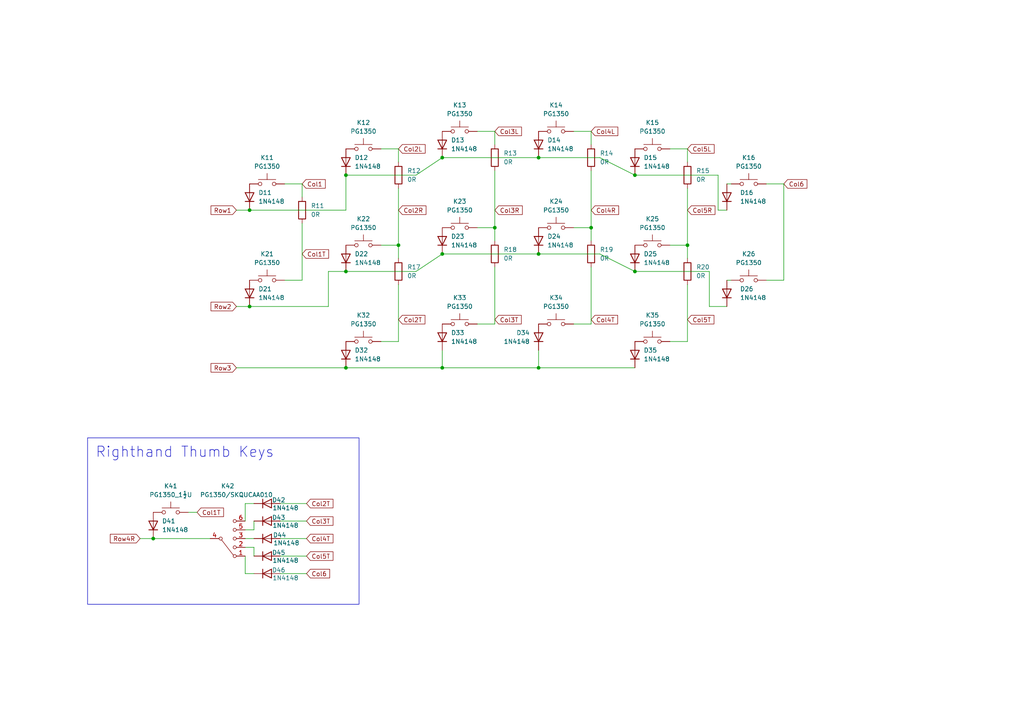
<source format=kicad_sch>
(kicad_sch (version 20231120) (generator "eeschema") (generator_version "8.0")
  (paper "A4")
  (title_block (title "Alufo ") (rev "0.1") (company "bgkendall") (comment 1 "Split one-layer reversible keyboard PCB (righthand side)") (comment 2 "Key switch matrix for"))
  (lib_symbols
    (symbol "Device:D" (pin_numbers hide) (pin_names (offset 1.016) hide)
      (property "Reference" "D" (at 0 2.54 0))
      (property "Value" "D" (at 0 -2.54 0))
      (symbol "D_0_1"
        (polyline (pts (xy -1.27 1.27) (xy -1.27 -1.27)) (stroke (width 0.254)))
        (polyline (pts (xy 1.27 0) (xy -1.27 0)))
        (polyline (pts (xy 1.27 1.27) (xy 1.27 -1.27) (xy -1.27 0) (xy 1.27 1.27)) (stroke (width 0.254)))
      )
      (symbol "D_1_1"
        (pin passive line (at -3.81 0 0) (length 2.54) (name "K") (number "1"))
        (pin passive line (at 3.81 0 180) (length 2.54) (name "A") (number "2"))
      )
    )
    (symbol "Device:R" (pin_numbers hide) (pin_names (offset 0))
      (property "Reference" "R" (at 2.032 0 90))
      (property "Value" "R" (at 0 0 90))
      (symbol "R_0_1"
        (rectangle (start -1.016 -2.54) (end 1.016 2.54) (stroke (width 0.254)))
      )
      (symbol "R_1_1"
        (pin passive line (at 0 3.81 270) (length 1.27) (name "~") (number "1"))
        (pin passive line (at 0 -3.81 90) (length 1.27) (name "~") (number "2"))
      )
    )
    (symbol "Project Library:SW_SP5T" (pin_names (offset 0) hide)
      (property "Reference" "SW" (at 0 5.08 0))
      (property "Value" "SW_SP5T" (at 0 -11.43 0))
      (symbol "SW_SP5T_0_1"
        (circle (center -2.032 -2.54) (radius 0.4572))
        (polyline (pts (xy -1.7569 -2.1414) (xy 1.651 2.286)))
        (circle (center 2.032 -7.62) (radius 0.4572))
        (circle (center 2.032 -5.08) (radius 0.4572))
        (circle (center 2.032 -2.54) (radius 0.4572))
        (circle (center 2.032 0) (radius 0.4572))
        (circle (center 2.032 2.54) (radius 0.4572))
      )
      (symbol "SW_SP5T_1_1"
        (pin passive line (at 5.08 2.54 180) (length 2.54) (name "A") (number "1"))
        (pin passive line (at 5.08 0 180) (length 2.54) (name "B") (number "2"))
        (pin passive line (at 5.08 -2.54 180) (length 2.54) (name "C") (number "3"))
        (pin passive line (at -5.08 -2.54 0) (length 2.54) (name "Com") (number "4"))
        (pin passive line (at 5.08 -5.08 180) (length 2.54) (name "D") (number "5"))
        (pin passive line (at 5.08 -7.62 180) (length 2.54) (name "Ctr") (number "6"))
      )
    )
    (symbol "Switch:SW_Push" (pin_numbers hide) (pin_names (offset 1.016) hide)
      (property "Reference" "SW" (at 1.27 2.54 0))
      (property "Value" "SW_Push" (at 0 -1.524 0))
      (symbol "SW_Push_0_1"
        (circle (center -2.032 0) (radius 0.508))
        (polyline (pts (xy 0 1.27) (xy 0 3.048)))
        (polyline (pts (xy 2.54 1.27) (xy -2.54 1.27)))
        (circle (center 2.032 0) (radius 0.508))
        (pin passive line (at -5.08 0 0) (length 2.54) (name "1") (number "1"))
        (pin passive line (at 5.08 0 180) (length 2.54) (name "2") (number "2"))
      )
    )
  )
  (junction (at 115.57 71.12))
  (junction (at 72.39 60.96))
  (junction (at 184.15 50.8))
  (junction (at 44.45 156.21))
  (junction (at 128.27 73.66))
  (junction (at 128.27 106.68))
  (junction (at 100.33 78.74))
  (junction (at 143.51 66.04))
  (junction (at 156.21 106.68))
  (junction (at 100.33 50.8))
  (junction (at 128.27 45.72))
  (junction (at 100.33 106.68))
  (junction (at 156.21 45.72))
  (junction (at 156.21 73.66))
  (junction (at 171.45 66.04))
  (junction (at 199.39 71.12))
  (junction (at 72.39 88.9))
  (junction (at 184.15 78.74))
  (wire (pts (xy 156.21 73.66) (xy 128.27 73.66)))
  (wire (pts (xy 120.65 78.74) (xy 100.33 78.74)))
  (wire (pts (xy 71.12 146.05) (xy 73.66 146.05)))
  (wire (pts (xy 184.15 50.8) (xy 208.28 50.8)))
  (wire (pts (xy 199.39 82.55) (xy 199.39 99.06)))
  (wire (pts (xy 128.27 45.72) (xy 120.65 50.8)))
  (wire (pts (xy 171.45 77.47) (xy 171.45 93.98)))
  (wire (pts (xy 72.39 88.9) (xy 95.25 88.9)))
  (wire (pts (xy 54.61 148.59) (xy 57.15 148.59)))
  (wire (pts (xy 128.27 73.66) (xy 120.65 78.74)))
  (wire (pts (xy 87.63 64.77) (xy 87.63 81.28)))
  (wire (pts (xy 143.51 93.98) (xy 138.43 93.98)))
  (wire (pts (xy 171.45 66.04) (xy 171.45 69.85)))
  (wire (pts (xy 73.66 151.13) (xy 73.66 153.67)))
  (wire (pts (xy 208.28 60.96) (xy 210.82 60.96)))
  (wire (pts (xy 71.12 156.21) (xy 73.66 156.21)))
  (wire (pts (xy 173.99 45.72) (xy 156.21 45.72)))
  (wire (pts (xy 95.25 78.74) (xy 100.33 78.74)))
  (wire (pts (xy 71.12 166.37) (xy 71.12 161.29)))
  (wire (pts (xy 68.58 88.9) (xy 72.39 88.9)))
  (wire (pts (xy 143.51 49.53) (xy 143.51 66.04)))
  (wire (pts (xy 171.45 49.53) (xy 171.45 66.04)))
  (wire (pts (xy 156.21 101.6) (xy 156.21 106.68)))
  (wire (pts (xy 184.15 78.74) (xy 205.74 78.74)))
  (wire (pts (xy 115.57 99.06) (xy 110.49 99.06)))
  (wire (pts (xy 212.09 53.34) (xy 210.82 53.34)))
  (wire (pts (xy 88.9 146.05) (xy 81.28 146.05)))
  (wire (pts (xy 205.74 78.74) (xy 205.74 88.9)))
  (wire (pts (xy 40.64 156.21) (xy 44.45 156.21)))
  (wire (pts (xy 212.09 81.28) (xy 210.82 81.28)))
  (wire (pts (xy 138.43 38.1) (xy 143.51 38.1)))
  (wire (pts (xy 143.51 38.1) (xy 143.51 41.91)))
  (wire (pts (xy 71.12 166.37) (xy 73.66 166.37)))
  (wire (pts (xy 205.74 88.9) (xy 210.82 88.9)))
  (wire (pts (xy 82.55 53.34) (xy 87.63 53.34)))
  (wire (pts (xy 166.37 38.1) (xy 171.45 38.1)))
  (wire (pts (xy 184.15 50.8) (xy 173.99 45.72)))
  (wire (pts (xy 156.21 45.72) (xy 128.27 45.72)))
  (wire (pts (xy 222.25 53.34) (xy 227.33 53.34)))
  (wire (pts (xy 73.66 153.67) (xy 71.12 153.67)))
  (wire (pts (xy 194.31 71.12) (xy 199.39 71.12)))
  (wire (pts (xy 143.51 66.04) (xy 143.51 69.85)))
  (wire (pts (xy 115.57 54.61) (xy 115.57 71.12)))
  (wire (pts (xy 222.25 81.28) (xy 227.33 81.28)))
  (wire (pts (xy 100.33 50.8) (xy 100.33 60.96)))
  (wire (pts (xy 110.49 71.12) (xy 115.57 71.12)))
  (wire (pts (xy 120.65 50.8) (xy 100.33 50.8)))
  (wire (pts (xy 110.49 43.18) (xy 115.57 43.18)))
  (wire (pts (xy 115.57 43.18) (xy 115.57 46.99)))
  (wire (pts (xy 171.45 38.1) (xy 171.45 41.91)))
  (wire (pts (xy 73.66 158.75) (xy 71.12 158.75)))
  (wire (pts (xy 100.33 106.68) (xy 128.27 106.68)))
  (wire (pts (xy 199.39 54.61) (xy 199.39 71.12)))
  (wire (pts (xy 199.39 71.12) (xy 199.39 74.93)))
  (wire (pts (xy 199.39 99.06) (xy 194.31 99.06)))
  (wire (pts (xy 88.9 151.13) (xy 81.28 151.13)))
  (wire (pts (xy 115.57 71.12) (xy 115.57 74.93)))
  (wire (pts (xy 82.55 81.28) (xy 87.63 81.28)))
  (wire (pts (xy 208.28 50.8) (xy 208.28 60.96)))
  (wire (pts (xy 95.25 78.74) (xy 95.25 88.9)))
  (wire (pts (xy 44.45 156.21) (xy 60.96 156.21)))
  (wire (pts (xy 128.27 101.6) (xy 128.27 106.68)))
  (wire (pts (xy 71.12 146.05) (xy 71.12 151.13)))
  (wire (pts (xy 184.15 78.74) (xy 173.99 73.66)))
  (wire (pts (xy 156.21 106.68) (xy 184.15 106.68)))
  (wire (pts (xy 68.58 60.96) (xy 72.39 60.96)))
  (wire (pts (xy 227.33 53.34) (xy 227.33 81.28)))
  (wire (pts (xy 128.27 106.68) (xy 156.21 106.68)))
  (wire (pts (xy 88.9 161.29) (xy 81.28 161.29)))
  (wire (pts (xy 138.43 66.04) (xy 143.51 66.04)))
  (wire (pts (xy 68.58 106.68) (xy 100.33 106.68)))
  (wire (pts (xy 87.63 53.34) (xy 87.63 57.15)))
  (wire (pts (xy 88.9 156.21) (xy 81.28 156.21)))
  (wire (pts (xy 143.51 77.47) (xy 143.51 93.98)))
  (wire (pts (xy 88.9 166.37) (xy 81.28 166.37)))
  (wire (pts (xy 166.37 66.04) (xy 171.45 66.04)))
  (wire (pts (xy 194.31 43.18) (xy 199.39 43.18)))
  (wire (pts (xy 115.57 82.55) (xy 115.57 99.06)))
  (wire (pts (xy 171.45 93.98) (xy 166.37 93.98)))
  (wire (pts (xy 73.66 158.75) (xy 73.66 161.29)))
  (wire (pts (xy 72.39 60.96) (xy 100.33 60.96)))
  (wire (pts (xy 173.99 73.66) (xy 156.21 73.66)))
  (wire (pts (xy 199.39 43.18) (xy 199.39 46.99)))
  (text_box "Righthand Thumb Keys" (at 25.4 127 0) (size 78.74 48.26) (effects (font (size 3 3)) (justify left top)))
  (global_label "Row3" (shape input) (at 68.58 106.68 180) (property "Intersheetrefs" "${INTERSHEET_REFS}" (effects (hide yes))))
  (global_label "Col2T" (shape input) (at 88.9 146.05 0) (property "Intersheetrefs" "${INTERSHEET_REFS}" (effects (hide yes))))
  (global_label "Col3R" (shape input) (at 143.51 60.96 0) (property "Intersheetrefs" "${INTERSHEET_REFS}" (effects (hide yes))))
  (global_label "Col1T" (shape input) (at 57.15 148.59 0) (property "Intersheetrefs" "${INTERSHEET_REFS}" (effects (hide yes))))
  (global_label "Col1" (shape input) (at 87.63 53.34 0) (property "Intersheetrefs" "${INTERSHEET_REFS}" (effects (hide yes))))
  (global_label "Col4T" (shape input) (at 171.45 92.71 0) (property "Intersheetrefs" "${INTERSHEET_REFS}" (effects (hide yes))))
  (global_label "Col3T" (shape input) (at 143.51 92.71 0) (property "Intersheetrefs" "${INTERSHEET_REFS}" (effects (hide yes))))
  (global_label "Col5T" (shape input) (at 199.39 92.71 0) (property "Intersheetrefs" "${INTERSHEET_REFS}" (effects (hide yes))))
  (global_label "Col1T" (shape input) (at 87.63 73.66 0) (property "Intersheetrefs" "${INTERSHEET_REFS}" (effects (hide yes))))
  (global_label "Row4R" (shape input) (at 40.64 156.21 180) (property "Intersheetrefs" "${INTERSHEET_REFS}" (effects (hide yes))))
  (global_label "Col5L" (shape input) (at 199.39 43.18 0) (property "Intersheetrefs" "${INTERSHEET_REFS}" (effects (hide yes))))
  (global_label "Col4R" (shape input) (at 171.45 60.96 0) (property "Intersheetrefs" "${INTERSHEET_REFS}" (effects (hide yes))))
  (global_label "Col6" (shape input) (at 88.9 166.37 0) (property "Intersheetrefs" "${INTERSHEET_REFS}" (effects (hide yes))))
  (global_label "Row1" (shape input) (at 68.58 60.96 180) (property "Intersheetrefs" "${INTERSHEET_REFS}" (effects (hide yes))))
  (global_label "Col3L" (shape input) (at 143.51 38.1 0) (property "Intersheetrefs" "${INTERSHEET_REFS}" (effects (hide yes))))
  (global_label "Col2R" (shape input) (at 115.57 60.96 0) (property "Intersheetrefs" "${INTERSHEET_REFS}" (effects (hide yes))))
  (global_label "Col4T" (shape input) (at 88.9 156.21 0) (property "Intersheetrefs" "${INTERSHEET_REFS}" (effects (hide yes))))
  (global_label "Col4L" (shape input) (at 171.45 38.1 0) (property "Intersheetrefs" "${INTERSHEET_REFS}" (effects (hide yes))))
  (global_label "Col6" (shape input) (at 227.33 53.34 0) (property "Intersheetrefs" "${INTERSHEET_REFS}" (effects (hide yes))))
  (global_label "Col3T" (shape input) (at 88.9 151.13 0) (property "Intersheetrefs" "${INTERSHEET_REFS}" (effects (hide yes))))
  (global_label "Row2" (shape input) (at 68.58 88.9 180) (property "Intersheetrefs" "${INTERSHEET_REFS}" (effects (hide yes))))
  (global_label "Col2T" (shape input) (at 115.57 92.71 0) (property "Intersheetrefs" "${INTERSHEET_REFS}" (effects (hide yes))))
  (global_label "Col2L" (shape input) (at 115.57 43.18 0) (property "Intersheetrefs" "${INTERSHEET_REFS}" (effects (hide yes))))
  (global_label "Col5T" (shape input) (at 88.9 161.29 0) (property "Intersheetrefs" "${INTERSHEET_REFS}" (effects (hide yes))))
  (global_label "Col5R" (shape input) (at 199.39 60.96 0) (property "Intersheetrefs" "${INTERSHEET_REFS}" (effects (hide yes))))
  (symbol (lib_id "Device:D") (at 77.47 161.29 0) (unit 1)
    (property "Reference" "D45" (at 82.804 160.274 0) (effects (justify right)))
    (property "Value" "1N4148" (at 86.614 162.56 0) (effects (justify right)))
    (property "Footprint" "Project Library:D_SOD-123" (effects (hide yes)))
    (property "Description" "Diode" (effects (hide yes)))
    (property "Sim.Device" "D" (effects (hide yes)))
    (property "Sim.Pins" "1=K 2=A" (effects (hide yes)))
  )
  (symbol (lib_id "Switch:SW_Push") (at 161.29 66.04 0) (mirror y) (unit 1)
    (property "Reference" "K24" (at 161.29 58.42 0))
    (property "Value" "PG1350" (at 161.29 60.96 0))
    (property "Footprint" "Project Library:SW_choc_v1_HS_CPG135001S30_1layer_1u" (effects (hide yes)))
    (property "Description" "Push button switch, generic, two pins" (effects (hide yes)))
  )
  (symbol (lib_id "Switch:SW_Push") (at 133.35 66.04 0) (mirror y) (unit 1)
    (property "Reference" "K23" (at 133.35 58.42 0))
    (property "Value" "PG1350" (at 133.35 60.96 0))
    (property "Footprint" "Project Library:SW_choc_v1_HS_CPG135001S30_1layer_1u" (effects (hide yes)))
    (property "Description" "Push button switch, generic, two pins" (effects (hide yes)))
  )
  (symbol (lib_id "Switch:SW_Push") (at 161.29 93.98 0) (mirror y) (unit 1)
    (property "Reference" "K34" (at 161.29 86.36 0))
    (property "Value" "PG1350" (at 161.29 88.9 0))
    (property "Footprint" "Project Library:SW_choc_v1_HS_CPG135001S30_1layer_1u" (effects (hide yes)))
    (property "Description" "Push button switch, generic, two pins" (effects (hide yes)))
  )
  (symbol (lib_id "Switch:SW_Push") (at 161.29 38.1 0) (mirror y) (unit 1)
    (property "Reference" "K14" (at 161.29 30.48 0))
    (property "Value" "PG1350" (at 161.29 33.02 0))
    (property "Footprint" "Project Library:SW_choc_v1_HS_CPG135001S30_1layer_1u" (effects (hide yes)))
    (property "Description" "Push button switch, generic, two pins" (effects (hide yes)))
  )
  (symbol (lib_id "Device:R") (at 143.51 45.72 0) (unit 1)
    (property "Reference" "R13" (at 146.05 44.4499 0) (effects (justify left)))
    (property "Value" "0R" (at 146.05 46.9899 0) (effects (justify left)))
    (property "Footprint" "Project Library:R_2010_5025Metric_Mod" (effects (hide yes)))
    (property "Description" "Resistor" (effects (hide yes)))
  )
  (symbol (lib_id "Switch:SW_Push") (at 189.23 99.06 0) (mirror y) (unit 1)
    (property "Reference" "K35" (at 189.23 91.44 0))
    (property "Value" "PG1350" (at 189.23 93.98 0))
    (property "Footprint" "Project Library:SW_choc_v1_HS_CPG135001S30_1layer_1u" (effects (hide yes)))
    (property "Description" "Push button switch, generic, two pins" (effects (hide yes)))
  )
  (symbol (lib_id "Device:R") (at 87.63 60.96 0) (unit 1)
    (property "Reference" "R11" (at 90.17 59.6899 0) (effects (justify left)))
    (property "Value" "0R" (at 90.17 62.2299 0) (effects (justify left)))
    (property "Footprint" "Project Library:R_2010_5025Metric_Mod" (effects (hide yes)))
    (property "Description" "Resistor" (effects (hide yes)))
  )
  (symbol (lib_id "Device:D") (at 100.33 46.99 90) (unit 1)
    (property "Reference" "D12" (at 102.87 45.7199 90) (effects (justify right)))
    (property "Value" "1N4148" (at 102.87 48.2599 90) (effects (justify right)))
    (property "Footprint" "Project Library:D_SOD-123_Mod" (effects (hide yes)))
    (property "Description" "Diode" (effects (hide yes)))
    (property "Sim.Device" "D" (effects (hide yes)))
    (property "Sim.Pins" "1=K 2=A" (effects (hide yes)))
  )
  (symbol (lib_id "Device:D") (at 100.33 102.87 90) (unit 1)
    (property "Reference" "D32" (at 102.87 101.5999 90) (effects (justify right)))
    (property "Value" "1N4148" (at 102.87 104.1399 90) (effects (justify right)))
    (property "Footprint" "Project Library:D_SOD-123_Mod" (effects (hide yes)))
    (property "Description" "Diode" (effects (hide yes)))
    (property "Sim.Device" "D" (effects (hide yes)))
    (property "Sim.Pins" "1=K 2=A" (effects (hide yes)))
  )
  (symbol (lib_id "Device:D") (at 77.47 151.13 0) (unit 1)
    (property "Reference" "D43" (at 82.804 150.114 0) (effects (justify right)))
    (property "Value" "1N4148" (at 86.614 152.4 0) (effects (justify right)))
    (property "Footprint" "Project Library:D_SOD-123" (effects (hide yes)))
    (property "Description" "Diode" (effects (hide yes)))
    (property "Sim.Device" "D" (effects (hide yes)))
    (property "Sim.Pins" "1=K 2=A" (effects (hide yes)))
  )
  (symbol (lib_id "Switch:SW_Push") (at 77.47 53.34 0) (mirror y) (unit 1)
    (property "Reference" "K11" (at 77.47 45.72 0))
    (property "Value" "PG1350" (at 77.47 48.26 0))
    (property "Footprint" "Project Library:SW_choc_v1_HS_CPG135001S30_1layer_1u" (effects (hide yes)))
    (property "Description" "Push button switch, generic, two pins" (effects (hide yes)))
  )
  (symbol (lib_id "Device:R") (at 171.45 73.66 0) (unit 1)
    (property "Reference" "R19" (at 173.99 72.3899 0) (effects (justify left)))
    (property "Value" "0R" (at 173.99 74.9299 0) (effects (justify left)))
    (property "Footprint" "Project Library:R_2010_5025Metric_Mod" (effects (hide yes)))
    (property "Description" "Resistor" (effects (hide yes)))
  )
  (symbol (lib_id "Device:R") (at 115.57 50.8 0) (unit 1)
    (property "Reference" "R12" (at 118.11 49.5299 0) (effects (justify left)))
    (property "Value" "0R" (at 118.11 52.0699 0) (effects (justify left)))
    (property "Footprint" "Project Library:R_2010_5025Metric_Mod" (effects (hide yes)))
    (property "Description" "Resistor" (effects (hide yes)))
  )
  (symbol (lib_id "Project Library:SW_SP5T") (at 66.04 158.75 0) (mirror x) (unit 1)
    (property "Reference" "K42" (at 66.04 140.97 0))
    (property "Value" "PG1350/SKQUCAA010" (at 68.58 143.51 0))
    (property "Footprint" "Project Library:SW_choc_v1_HS_nav_CPG135001S30_SKQUCAA010_1layer_1u_1" (effects (hide yes)))
    (property "Description" "Switch, five position, single pole quintuple throw, 5 position switch, SP5T" (effects (hide yes)))
  )
  (symbol (lib_id "Device:R") (at 171.45 45.72 0) (unit 1)
    (property "Reference" "R14" (at 173.99 44.4499 0) (effects (justify left)))
    (property "Value" "0R" (at 173.99 46.9899 0) (effects (justify left)))
    (property "Footprint" "Project Library:R_2010_5025Metric_Mod" (effects (hide yes)))
    (property "Description" "Resistor" (effects (hide yes)))
  )
  (symbol (lib_id "Switch:SW_Push") (at 105.41 99.06 0) (mirror y) (unit 1)
    (property "Reference" "K32" (at 105.41 91.44 0))
    (property "Value" "PG1350" (at 105.41 93.98 0))
    (property "Footprint" "Project Library:SW_choc_v1_HS_CPG135001S30_1layer_1u" (effects (hide yes)))
    (property "Description" "Push button switch, generic, two pins" (effects (hide yes)))
  )
  (symbol (lib_id "Device:D") (at 77.47 166.37 0) (unit 1)
    (property "Reference" "D46" (at 82.804 165.354 0) (effects (justify right)))
    (property "Value" "1N4148" (at 86.614 167.64 0) (effects (justify right)))
    (property "Footprint" "Project Library:D_SOD-123" (effects (hide yes)))
    (property "Description" "Diode" (effects (hide yes)))
    (property "Sim.Device" "D" (effects (hide yes)))
    (property "Sim.Pins" "1=K 2=A" (effects (hide yes)))
  )
  (symbol (lib_id "Device:D") (at 184.15 46.99 90) (unit 1)
    (property "Reference" "D15" (at 186.69 45.7199 90) (effects (justify right)))
    (property "Value" "1N4148" (at 186.69 48.2599 90) (effects (justify right)))
    (property "Footprint" "Project Library:D_SOD-123_Mod" (effects (hide yes)))
    (property "Description" "Diode" (effects (hide yes)))
    (property "Sim.Device" "D" (effects (hide yes)))
    (property "Sim.Pins" "1=K 2=A" (effects (hide yes)))
  )
  (symbol (lib_id "Switch:SW_Push") (at 49.53 148.59 0) (mirror y) (unit 1)
    (property "Reference" "K41" (at 49.53 140.97 0))
    (property "Value" "PG1350_1½U" (at 49.53 143.51 0))
    (property "Footprint" "Project Library:SW_choc_v1_HS_CPG135001S30_1layer_1.5u" (effects (hide yes)))
    (property "Description" "Push button switch, generic, two pins" (effects (hide yes)))
  )
  (symbol (lib_id "Switch:SW_Push") (at 77.47 81.28 0) (mirror y) (unit 1)
    (property "Reference" "K21" (at 77.47 73.66 0))
    (property "Value" "PG1350" (at 77.47 76.2 0))
    (property "Footprint" "Project Library:SW_choc_v1_HS_CPG135001S30_1layer_1u" (effects (hide yes)))
    (property "Description" "Push button switch, generic, two pins" (effects (hide yes)))
  )
  (symbol (lib_id "Device:D") (at 210.82 85.09 90) (unit 1)
    (property "Reference" "D26" (at 214.63 83.8199 90) (effects (justify right)))
    (property "Value" "1N4148" (at 214.63 86.3599 90) (effects (justify right)))
    (property "Footprint" "Project Library:D_SOD-123_Mod" (effects (hide yes)))
    (property "Description" "Diode" (effects (hide yes)))
    (property "Sim.Device" "D" (effects (hide yes)))
    (property "Sim.Pins" "1=K 2=A" (effects (hide yes)))
  )
  (symbol (lib_id "Switch:SW_Push") (at 189.23 43.18 0) (mirror y) (unit 1)
    (property "Reference" "K15" (at 189.23 35.56 0))
    (property "Value" "PG1350" (at 189.23 38.1 0))
    (property "Footprint" "Project Library:SW_choc_v1_HS_CPG135001S30_1layer_1u" (effects (hide yes)))
    (property "Description" "Push button switch, generic, two pins" (effects (hide yes)))
  )
  (symbol (lib_id "Switch:SW_Push") (at 133.35 93.98 0) (mirror y) (unit 1)
    (property "Reference" "K33" (at 133.35 86.36 0))
    (property "Value" "PG1350" (at 133.35 88.9 0))
    (property "Footprint" "Project Library:SW_choc_v1_HS_CPG135001S30_1layer_1u" (effects (hide yes)))
    (property "Description" "Push button switch, generic, two pins" (effects (hide yes)))
  )
  (symbol (lib_id "Device:D") (at 128.27 97.79 90) (unit 1)
    (property "Reference" "D33" (at 130.81 96.5199 90) (effects (justify right)))
    (property "Value" "1N4148" (at 130.81 99.0599 90) (effects (justify right)))
    (property "Footprint" "Project Library:D_SOD-123_Mod" (effects (hide yes)))
    (property "Description" "Diode" (effects (hide yes)))
    (property "Sim.Device" "D" (effects (hide yes)))
    (property "Sim.Pins" "1=K 2=A" (effects (hide yes)))
  )
  (symbol (lib_id "Switch:SW_Push") (at 105.41 43.18 0) (mirror y) (unit 1)
    (property "Reference" "K12" (at 105.41 35.56 0))
    (property "Value" "PG1350" (at 105.41 38.1 0))
    (property "Footprint" "Project Library:SW_choc_v1_HS_CPG135001S30_1layer_1u" (effects (hide yes)))
    (property "Description" "Push button switch, generic, two pins" (effects (hide yes)))
  )
  (symbol (lib_id "Device:D") (at 156.21 97.79 270) (mirror x) (unit 1)
    (property "Reference" "D34" (at 153.67 96.5199 90) (effects (justify right)))
    (property "Value" "1N4148" (at 153.67 99.0599 90) (effects (justify right)))
    (property "Footprint" "Project Library:D_SOD-123_Mod" (effects (hide yes)))
    (property "Description" "Diode" (effects (hide yes)))
    (property "Sim.Device" "D" (effects (hide yes)))
    (property "Sim.Pins" "1=K 2=A" (effects (hide yes)))
  )
  (symbol (lib_id "Device:D") (at 210.82 57.15 90) (unit 1)
    (property "Reference" "D16" (at 214.63 55.8799 90) (effects (justify right)))
    (property "Value" "1N4148" (at 214.63 58.4199 90) (effects (justify right)))
    (property "Footprint" "Project Library:D_SOD-123_Mod" (effects (hide yes)))
    (property "Description" "Diode" (effects (hide yes)))
    (property "Sim.Device" "D" (effects (hide yes)))
    (property "Sim.Pins" "1=K 2=A" (effects (hide yes)))
  )
  (symbol (lib_id "Device:D") (at 184.15 102.87 90) (unit 1)
    (property "Reference" "D35" (at 186.69 101.5999 90) (effects (justify right)))
    (property "Value" "1N4148" (at 186.69 104.1399 90) (effects (justify right)))
    (property "Footprint" "Project Library:D_SOD-123_Mod" (effects (hide yes)))
    (property "Description" "Diode" (effects (hide yes)))
    (property "Sim.Device" "D" (effects (hide yes)))
    (property "Sim.Pins" "1=K 2=A" (effects (hide yes)))
  )
  (symbol (lib_id "Switch:SW_Push") (at 189.23 71.12 0) (mirror y) (unit 1)
    (property "Reference" "K25" (at 189.23 63.5 0))
    (property "Value" "PG1350" (at 189.23 66.04 0))
    (property "Footprint" "Project Library:SW_choc_v1_HS_CPG135001S30_1layer_1u" (effects (hide yes)))
    (property "Description" "Push button switch, generic, two pins" (effects (hide yes)))
  )
  (symbol (lib_id "Device:D") (at 44.45 152.4 90) (unit 1)
    (property "Reference" "D41" (at 46.99 151.1299 90) (effects (justify right)))
    (property "Value" "1N4148" (at 46.99 153.6699 90) (effects (justify right)))
    (property "Footprint" "Project Library:D_SOD-123" (effects (hide yes)))
    (property "Description" "Diode" (effects (hide yes)))
    (property "Sim.Device" "D" (effects (hide yes)))
    (property "Sim.Pins" "1=K 2=A" (effects (hide yes)))
  )
  (symbol (lib_id "Device:D") (at 72.39 85.09 90) (unit 1)
    (property "Reference" "D21" (at 74.93 83.8199 90) (effects (justify right)))
    (property "Value" "1N4148" (at 74.93 86.3599 90) (effects (justify right)))
    (property "Footprint" "Project Library:D_SOD-123_Mod" (effects (hide yes)))
    (property "Description" "Diode" (effects (hide yes)))
    (property "Sim.Device" "D" (effects (hide yes)))
    (property "Sim.Pins" "1=K 2=A" (effects (hide yes)))
  )
  (symbol (lib_id "Device:D") (at 128.27 41.91 90) (unit 1)
    (property "Reference" "D13" (at 130.81 40.6399 90) (effects (justify right)))
    (property "Value" "1N4148" (at 130.81 43.1799 90) (effects (justify right)))
    (property "Footprint" "Project Library:D_SOD-123_Mod" (effects (hide yes)))
    (property "Description" "Diode" (effects (hide yes)))
    (property "Sim.Device" "D" (effects (hide yes)))
    (property "Sim.Pins" "1=K 2=A" (effects (hide yes)))
  )
  (symbol (lib_id "Device:D") (at 128.27 69.85 90) (unit 1)
    (property "Reference" "D23" (at 130.81 68.5799 90) (effects (justify right)))
    (property "Value" "1N4148" (at 130.81 71.1199 90) (effects (justify right)))
    (property "Footprint" "Project Library:D_SOD-123_Mod" (effects (hide yes)))
    (property "Description" "Diode" (effects (hide yes)))
    (property "Sim.Device" "D" (effects (hide yes)))
    (property "Sim.Pins" "1=K 2=A" (effects (hide yes)))
  )
  (symbol (lib_id "Device:D") (at 184.15 74.93 90) (unit 1)
    (property "Reference" "D25" (at 186.69 73.6599 90) (effects (justify right)))
    (property "Value" "1N4148" (at 186.69 76.1999 90) (effects (justify right)))
    (property "Footprint" "Project Library:D_SOD-123_Mod" (effects (hide yes)))
    (property "Description" "Diode" (effects (hide yes)))
    (property "Sim.Device" "D" (effects (hide yes)))
    (property "Sim.Pins" "1=K 2=A" (effects (hide yes)))
  )
  (symbol (lib_id "Device:R") (at 143.51 73.66 0) (unit 1)
    (property "Reference" "R18" (at 146.05 72.3899 0) (effects (justify left)))
    (property "Value" "0R" (at 146.05 74.9299 0) (effects (justify left)))
    (property "Footprint" "Project Library:R_2010_5025Metric_Mod" (effects (hide yes)))
    (property "Description" "Resistor" (effects (hide yes)))
  )
  (symbol (lib_id "Device:D") (at 72.39 57.15 90) (unit 1)
    (property "Reference" "D11" (at 74.93 55.8799 90) (effects (justify right)))
    (property "Value" "1N4148" (at 74.93 58.4199 90) (effects (justify right)))
    (property "Footprint" "Project Library:D_SOD-123_Mod" (effects (hide yes)))
    (property "Description" "Diode" (effects (hide yes)))
    (property "Sim.Device" "D" (effects (hide yes)))
    (property "Sim.Pins" "1=K 2=A" (effects (hide yes)))
  )
  (symbol (lib_id "Device:R") (at 115.57 78.74 0) (unit 1)
    (property "Reference" "R17" (at 118.11 77.4699 0) (effects (justify left)))
    (property "Value" "0R" (at 118.11 80.0099 0) (effects (justify left)))
    (property "Footprint" "Project Library:R_2010_5025Metric_Mod" (effects (hide yes)))
    (property "Description" "Resistor" (effects (hide yes)))
  )
  (symbol (lib_id "Device:D") (at 156.21 69.85 90) (unit 1)
    (property "Reference" "D24" (at 158.75 68.5799 90) (effects (justify right)))
    (property "Value" "1N4148" (at 158.75 71.1199 90) (effects (justify right)))
    (property "Footprint" "Project Library:D_SOD-123_Mod" (effects (hide yes)))
    (property "Description" "Diode" (effects (hide yes)))
    (property "Sim.Device" "D" (effects (hide yes)))
    (property "Sim.Pins" "1=K 2=A" (effects (hide yes)))
  )
  (symbol (lib_id "Switch:SW_Push") (at 105.41 71.12 0) (mirror y) (unit 1)
    (property "Reference" "K22" (at 105.41 63.5 0))
    (property "Value" "PG1350" (at 105.41 66.04 0))
    (property "Footprint" "Project Library:SW_choc_v1_HS_CPG135001S30_1layer_1u" (effects (hide yes)))
    (property "Description" "Push button switch, generic, two pins" (effects (hide yes)))
  )
  (symbol (lib_id "Device:R") (at 199.39 78.74 0) (unit 1)
    (property "Reference" "R20" (at 201.93 77.4699 0) (effects (justify left)))
    (property "Value" "0R" (at 201.93 80.0099 0) (effects (justify left)))
    (property "Footprint" "Project Library:R_2010_5025Metric_Mod" (effects (hide yes)))
    (property "Description" "Resistor" (effects (hide yes)))
  )
  (symbol (lib_id "Switch:SW_Push") (at 133.35 38.1 0) (mirror y) (unit 1)
    (property "Reference" "K13" (at 133.35 30.48 0))
    (property "Value" "PG1350" (at 133.35 33.02 0))
    (property "Footprint" "Project Library:SW_choc_v1_HS_CPG135001S30_1layer_1u" (effects (hide yes)))
    (property "Description" "Push button switch, generic, two pins" (effects (hide yes)))
  )
  (symbol (lib_id "Device:D") (at 77.47 146.05 0) (unit 1)
    (property "Reference" "D42" (at 82.804 145.034 0) (effects (justify right)))
    (property "Value" "1N4148" (at 86.614 147.32 0) (effects (justify right)))
    (property "Footprint" "Project Library:D_SOD-123" (effects (hide yes)))
    (property "Description" "Diode" (effects (hide yes)))
    (property "Sim.Device" "D" (effects (hide yes)))
    (property "Sim.Pins" "1=K 2=A" (effects (hide yes)))
  )
  (symbol (lib_id "Switch:SW_Push") (at 217.17 81.28 0) (mirror y) (unit 1)
    (property "Reference" "K26" (at 217.17 73.66 0))
    (property "Value" "PG1350" (at 217.17 76.2 0))
    (property "Footprint" "Project Library:SW_choc_v1_HS_CPG135001S30_1layer_1u" (effects (hide yes)))
    (property "Description" "Push button switch, generic, two pins" (effects (hide yes)))
  )
  (symbol (lib_id "Device:D") (at 77.47 156.21 0) (unit 1)
    (property "Reference" "D44" (at 83.058 155.194 0) (effects (justify right)))
    (property "Value" "1N4148" (at 86.868 157.48 0) (effects (justify right)))
    (property "Footprint" "Project Library:D_SOD-123" (effects (hide yes)))
    (property "Description" "Diode" (effects (hide yes)))
    (property "Sim.Device" "D" (effects (hide yes)))
    (property "Sim.Pins" "1=K 2=A" (effects (hide yes)))
  )
  (symbol (lib_id "Device:R") (at 199.39 50.8 0) (unit 1)
    (property "Reference" "R15" (at 201.93 49.5299 0) (effects (justify left)))
    (property "Value" "0R" (at 201.93 52.0699 0) (effects (justify left)))
    (property "Footprint" "Project Library:R_2010_5025Metric_Mod" (effects (hide yes)))
    (property "Description" "Resistor" (effects (hide yes)))
  )
  (symbol (lib_id "Device:D") (at 100.33 74.93 90) (unit 1)
    (property "Reference" "D22" (at 102.87 73.6599 90) (effects (justify right)))
    (property "Value" "1N4148" (at 102.87 76.1999 90) (effects (justify right)))
    (property "Footprint" "Project Library:D_SOD-123_Mod" (effects (hide yes)))
    (property "Description" "Diode" (effects (hide yes)))
    (property "Sim.Device" "D" (effects (hide yes)))
    (property "Sim.Pins" "1=K 2=A" (effects (hide yes)))
  )
  (symbol (lib_id "Switch:SW_Push") (at 217.17 53.34 0) (mirror y) (unit 1)
    (property "Reference" "K16" (at 217.17 45.72 0))
    (property "Value" "PG1350" (at 217.17 48.26 0))
    (property "Footprint" "Project Library:SW_choc_v1_HS_CPG135001S30_1layer_1u" (effects (hide yes)))
    (property "Description" "Push button switch, generic, two pins" (effects (hide yes)))
  )
  (symbol (lib_id "Device:D") (at 156.21 41.91 90) (unit 1)
    (property "Reference" "D14" (at 158.75 40.6399 90) (effects (justify right)))
    (property "Value" "1N4148" (at 158.75 43.1799 90) (effects (justify right)))
    (property "Footprint" "Project Library:D_SOD-123_Mod" (effects (hide yes)))
    (property "Description" "Diode" (effects (hide yes)))
    (property "Sim.Device" "D" (effects (hide yes)))
    (property "Sim.Pins" "1=K 2=A" (effects (hide yes)))
  )
)
</source>
